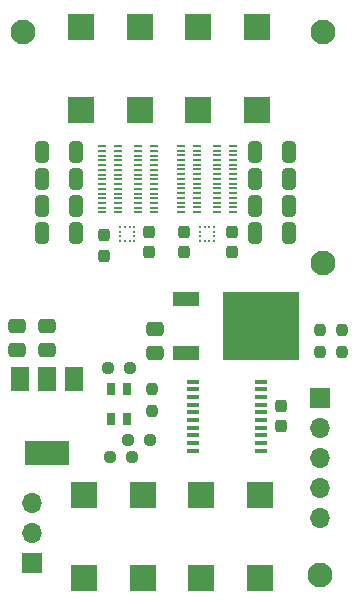
<source format=gts>
%TF.GenerationSoftware,KiCad,Pcbnew,(6.0.0)*%
%TF.CreationDate,2022-02-23T23:52:20-08:00*%
%TF.ProjectId,motor-controller,6d6f746f-722d-4636-9f6e-74726f6c6c65,rev?*%
%TF.SameCoordinates,Original*%
%TF.FileFunction,Soldermask,Top*%
%TF.FilePolarity,Negative*%
%FSLAX46Y46*%
G04 Gerber Fmt 4.6, Leading zero omitted, Abs format (unit mm)*
G04 Created by KiCad (PCBNEW (6.0.0)) date 2022-02-23 23:52:20*
%MOMM*%
%LPD*%
G01*
G04 APERTURE LIST*
G04 Aperture macros list*
%AMRoundRect*
0 Rectangle with rounded corners*
0 $1 Rounding radius*
0 $2 $3 $4 $5 $6 $7 $8 $9 X,Y pos of 4 corners*
0 Add a 4 corners polygon primitive as box body*
4,1,4,$2,$3,$4,$5,$6,$7,$8,$9,$2,$3,0*
0 Add four circle primitives for the rounded corners*
1,1,$1+$1,$2,$3*
1,1,$1+$1,$4,$5*
1,1,$1+$1,$6,$7*
1,1,$1+$1,$8,$9*
0 Add four rect primitives between the rounded corners*
20,1,$1+$1,$2,$3,$4,$5,0*
20,1,$1+$1,$4,$5,$6,$7,0*
20,1,$1+$1,$6,$7,$8,$9,0*
20,1,$1+$1,$8,$9,$2,$3,0*%
G04 Aperture macros list end*
%ADD10RoundRect,0.237500X-0.237500X0.250000X-0.237500X-0.250000X0.237500X-0.250000X0.237500X0.250000X0*%
%ADD11RoundRect,0.237500X0.237500X-0.300000X0.237500X0.300000X-0.237500X0.300000X-0.237500X-0.300000X0*%
%ADD12R,1.700000X1.700000*%
%ADD13O,1.700000X1.700000*%
%ADD14RoundRect,0.250000X0.325000X0.650000X-0.325000X0.650000X-0.325000X-0.650000X0.325000X-0.650000X0*%
%ADD15C,2.100000*%
%ADD16R,2.200000X2.200000*%
%ADD17R,1.000000X0.400000*%
%ADD18C,0.249936*%
%ADD19C,0.250000*%
%ADD20R,2.200000X1.200000*%
%ADD21R,6.400000X5.800000*%
%ADD22RoundRect,0.237500X-0.250000X-0.237500X0.250000X-0.237500X0.250000X0.237500X-0.250000X0.237500X0*%
%ADD23RoundRect,0.237500X0.237500X-0.250000X0.237500X0.250000X-0.237500X0.250000X-0.237500X-0.250000X0*%
%ADD24RoundRect,0.100000X0.260000X0.000000X0.260000X0.000000X-0.260000X0.000000X-0.260000X0.000000X0*%
%ADD25R,1.500000X2.000000*%
%ADD26R,3.800000X2.000000*%
%ADD27RoundRect,0.250000X0.475000X-0.337500X0.475000X0.337500X-0.475000X0.337500X-0.475000X-0.337500X0*%
%ADD28R,0.800000X1.000000*%
%ADD29RoundRect,0.237500X0.250000X0.237500X-0.250000X0.237500X-0.250000X-0.237500X0.250000X-0.237500X0*%
G04 APERTURE END LIST*
D10*
%TO.C,R9*%
X155181035Y-171452651D03*
X155181035Y-173277651D03*
%TD*%
D11*
%TO.C,C12*%
X166116000Y-174598500D03*
X166116000Y-172873500D03*
%TD*%
D12*
%TO.C,J5*%
X169418000Y-172217000D03*
D13*
X169418000Y-174757000D03*
X169418000Y-177297000D03*
X169418000Y-179837000D03*
X169418000Y-182377000D03*
%TD*%
D14*
%TO.C,C19*%
X148795000Y-155964516D03*
X145845000Y-155964516D03*
%TD*%
D12*
%TO.C,J6*%
X145034000Y-186167000D03*
D13*
X145034000Y-183627000D03*
X145034000Y-181087000D03*
%TD*%
D15*
%TO.C,H3*%
X144272000Y-141224000D03*
%TD*%
D16*
%TO.C,J4*%
X164044000Y-140772000D03*
X164044000Y-147772000D03*
X159044000Y-140772000D03*
X159044000Y-147772000D03*
%TD*%
D17*
%TO.C,U4*%
X164444000Y-176661000D03*
X164444000Y-176011000D03*
X164444000Y-175361000D03*
X164444000Y-174711000D03*
X164444000Y-174061000D03*
X164444000Y-173411000D03*
X164444000Y-172761000D03*
X164444000Y-172111000D03*
X164444000Y-171461000D03*
X164444000Y-170811000D03*
X158644000Y-170811000D03*
X158644000Y-171461000D03*
X158644000Y-172111000D03*
X158644000Y-172761000D03*
X158644000Y-173411000D03*
X158644000Y-174061000D03*
X158644000Y-174711000D03*
X158644000Y-175361000D03*
X158644000Y-176011000D03*
X158644000Y-176661000D03*
%TD*%
D15*
%TO.C,H2*%
X169418000Y-187198000D03*
%TD*%
D18*
%TO.C,U2*%
X160445763Y-157704516D03*
D19*
X160445763Y-158104515D03*
X160445763Y-158504516D03*
D18*
X160445763Y-158904516D03*
X160045763Y-157704516D03*
X160045763Y-158904516D03*
X159645763Y-157704516D03*
X159645763Y-158904516D03*
X159245763Y-157704516D03*
X159245763Y-158104515D03*
X159245763Y-158504516D03*
X159245763Y-158904516D03*
%TD*%
D14*
%TO.C,C5*%
X166829000Y-151384000D03*
X163879000Y-151384000D03*
%TD*%
%TO.C,C15*%
X166829000Y-155956000D03*
X163879000Y-155956000D03*
%TD*%
D16*
%TO.C,J3*%
X154172699Y-140772000D03*
X149172699Y-147772000D03*
X149172699Y-140772000D03*
X154172699Y-147772000D03*
%TD*%
%TO.C,J2*%
X164298000Y-187396000D03*
X164298000Y-180396000D03*
X159298000Y-180396000D03*
X159298000Y-187396000D03*
%TD*%
D20*
%TO.C,U6*%
X158106000Y-163836000D03*
D21*
X164406000Y-166116000D03*
D20*
X158106000Y-168396000D03*
%TD*%
D14*
%TO.C,C7*%
X148795000Y-153678516D03*
X145845000Y-153678516D03*
%TD*%
D22*
%TO.C,R10*%
X151636775Y-177223938D03*
X153461775Y-177223938D03*
%TD*%
D11*
%TO.C,C18*%
X161940279Y-159866500D03*
X161940279Y-158141500D03*
%TD*%
D23*
%TO.C,R13*%
X171241409Y-168298500D03*
X171241409Y-166473500D03*
%TD*%
D24*
%TO.C,Q4*%
X160722000Y-153641119D03*
X160722000Y-152841119D03*
X162052000Y-153241119D03*
X162052000Y-154041119D03*
X162052000Y-156041119D03*
X162052000Y-152441119D03*
X162052000Y-150841119D03*
X160722000Y-156441119D03*
X160722000Y-153241119D03*
X160722000Y-154441119D03*
X160722000Y-154841119D03*
X160722000Y-156041119D03*
X162052000Y-155641119D03*
X162052000Y-153641119D03*
X162052000Y-151641119D03*
X160722000Y-155241119D03*
X160722000Y-152041119D03*
X160722000Y-152441119D03*
X160722000Y-155641119D03*
X162052000Y-152841119D03*
X162052000Y-154441119D03*
X160722000Y-151641119D03*
X160722000Y-151241119D03*
X162052000Y-156441119D03*
X162052000Y-155241119D03*
X162052000Y-154841119D03*
X160722000Y-150841119D03*
X162052000Y-151241119D03*
X162052000Y-152041119D03*
X160722000Y-154041119D03*
%TD*%
D22*
%TO.C,R11*%
X153158602Y-175709463D03*
X154983602Y-175709463D03*
%TD*%
D15*
%TO.C,H4*%
X169672000Y-160782000D03*
%TD*%
D11*
%TO.C,C17*%
X157876279Y-159866500D03*
X157876279Y-158141500D03*
%TD*%
D24*
%TO.C,Q2*%
X155351000Y-155678516D03*
X154021000Y-151678516D03*
X154021000Y-153278516D03*
X154021000Y-154078516D03*
X155351000Y-156478516D03*
X155351000Y-152478516D03*
X154021000Y-152478516D03*
X154021000Y-151278516D03*
X154021000Y-154878516D03*
X155351000Y-156078516D03*
X154021000Y-154478516D03*
X155351000Y-152878516D03*
X155351000Y-153278516D03*
X155351000Y-153678516D03*
X155351000Y-150878516D03*
X154021000Y-155678516D03*
X155351000Y-154078516D03*
X154021000Y-150878516D03*
X154021000Y-155278516D03*
X155351000Y-151278516D03*
X155351000Y-151678516D03*
X154021000Y-156078516D03*
X155351000Y-154878516D03*
X155351000Y-152078516D03*
X154021000Y-153678516D03*
X155351000Y-155278516D03*
X154021000Y-156478516D03*
X154021000Y-152878516D03*
X155351000Y-154478516D03*
X154021000Y-152078516D03*
%TD*%
D16*
%TO.C,J1*%
X149392000Y-180396000D03*
X149392000Y-187396000D03*
X154392000Y-187396000D03*
X154392000Y-180396000D03*
%TD*%
D25*
%TO.C,U5*%
X148604000Y-170586000D03*
X146304000Y-170586000D03*
X144004000Y-170586000D03*
D26*
X146304000Y-176886000D03*
%TD*%
D11*
%TO.C,C1*%
X154946605Y-159868524D03*
X154946605Y-158143524D03*
%TD*%
D14*
%TO.C,C6*%
X148795000Y-151392516D03*
X145845000Y-151392516D03*
%TD*%
D10*
%TO.C,R12*%
X169418000Y-166473500D03*
X169418000Y-168298500D03*
%TD*%
D27*
%TO.C,C13*%
X146304000Y-168169500D03*
X146304000Y-166094500D03*
%TD*%
%TO.C,C10*%
X155448000Y-168423500D03*
X155448000Y-166348500D03*
%TD*%
D11*
%TO.C,C2*%
X151130000Y-160129016D03*
X151130000Y-158404016D03*
%TD*%
D18*
%TO.C,U1*%
X153699484Y-157713032D03*
D19*
X153699484Y-158113031D03*
X153699484Y-158513032D03*
D18*
X153699484Y-158913032D03*
X153299484Y-157713032D03*
X153299484Y-158913032D03*
X152899484Y-157713032D03*
X152899484Y-158913032D03*
X152499484Y-157713032D03*
X152499484Y-158113031D03*
X152499484Y-158513032D03*
X152499484Y-158913032D03*
%TD*%
D24*
%TO.C,Q1*%
X150973000Y-155678516D03*
X150973000Y-153678516D03*
X152303000Y-151678516D03*
X152303000Y-152078516D03*
X150973000Y-156078516D03*
X150973000Y-152878516D03*
X152303000Y-153278516D03*
X150973000Y-154878516D03*
X152303000Y-156078516D03*
X150973000Y-154478516D03*
X152303000Y-154878516D03*
X152303000Y-155278516D03*
X150973000Y-154078516D03*
X152303000Y-152878516D03*
X152303000Y-156478516D03*
X152303000Y-150878516D03*
X152303000Y-155678516D03*
X152303000Y-154078516D03*
X150973000Y-151278516D03*
X150973000Y-156478516D03*
X150973000Y-151678516D03*
X150973000Y-152078516D03*
X152303000Y-154478516D03*
X152303000Y-153678516D03*
X150973000Y-155278516D03*
X150973000Y-152478516D03*
X150973000Y-153278516D03*
X150973000Y-150878516D03*
X152303000Y-152478516D03*
X152303000Y-151278516D03*
%TD*%
D28*
%TO.C,D3*%
X153100000Y-171470000D03*
X151700000Y-171470000D03*
X151700000Y-173970000D03*
X153100000Y-173970000D03*
%TD*%
D29*
%TO.C,R14*%
X153312500Y-169672000D03*
X151487500Y-169672000D03*
%TD*%
D27*
%TO.C,C11*%
X143764000Y-168169500D03*
X143764000Y-166094500D03*
%TD*%
D14*
%TO.C,C3*%
X166829000Y-158242000D03*
X163879000Y-158242000D03*
%TD*%
%TO.C,C8*%
X166829000Y-153670000D03*
X163879000Y-153670000D03*
%TD*%
%TO.C,C9*%
X148795000Y-158250516D03*
X145845000Y-158250516D03*
%TD*%
D15*
%TO.C,H1*%
X169672000Y-141224000D03*
%TD*%
D24*
%TO.C,Q3*%
X157674000Y-154841119D03*
X157674000Y-156041119D03*
X157674000Y-154041119D03*
X159004000Y-152841119D03*
X157674000Y-152041119D03*
X157674000Y-150841119D03*
X159004000Y-153241119D03*
X159004000Y-156441119D03*
X157674000Y-152441119D03*
X157674000Y-153641119D03*
X159004000Y-152041119D03*
X159004000Y-150841119D03*
X159004000Y-153641119D03*
X157674000Y-154441119D03*
X157674000Y-152841119D03*
X157674000Y-155241119D03*
X159004000Y-152441119D03*
X159004000Y-156041119D03*
X157674000Y-155641119D03*
X159004000Y-154841119D03*
X157674000Y-151641119D03*
X159004000Y-151241119D03*
X159004000Y-154441119D03*
X159004000Y-155241119D03*
X159004000Y-154041119D03*
X157674000Y-153241119D03*
X157674000Y-156441119D03*
X157674000Y-151241119D03*
X159004000Y-151641119D03*
X159004000Y-155641119D03*
%TD*%
M02*

</source>
